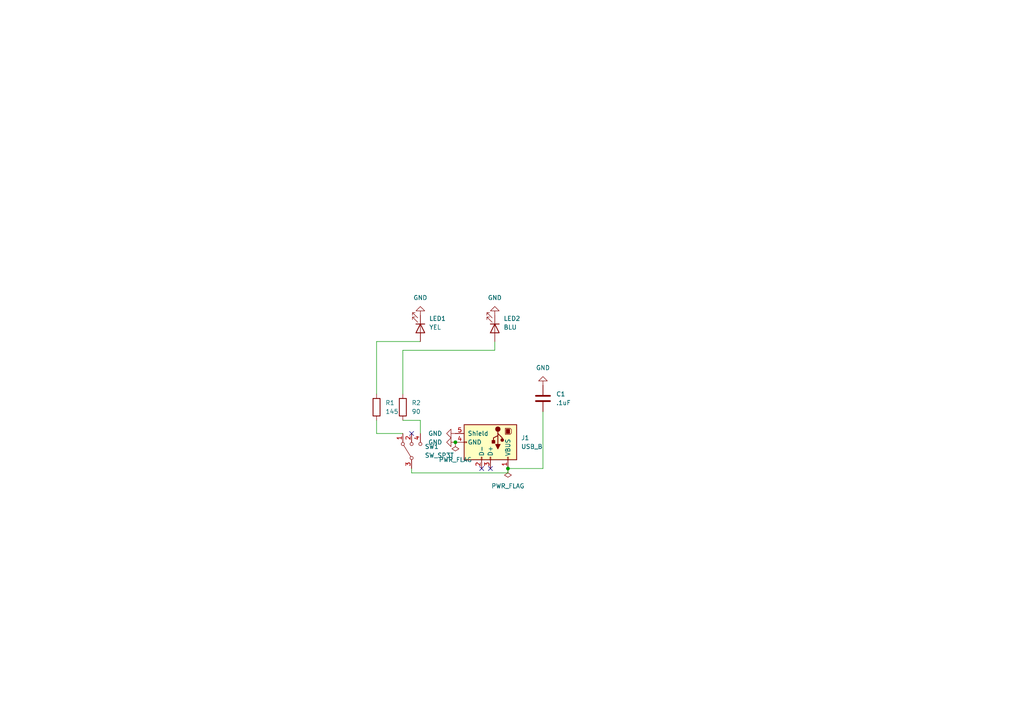
<source format=kicad_sch>
(kicad_sch (version 20211123) (generator eeschema)
  (paper "A4")
  (lib_symbols
    (symbol "Connector:USB_B" (pin_names (offset 1.016))
      (property "Reference" "J" (at -5.08 11.43 0))
      (property "Value" "USB_B" (at -5.08 8.89 0))
      (symbol "USB_B_0_1"
        (rectangle (start -5.08 -7.62) (end 5.08 7.62) (stroke (width 0.254)) (fill (type background)))
        (circle (center -3.81 2.159) (radius 0.635) (stroke (width 0.254)) (fill (type outline)))
        (rectangle (start -3.81 5.588) (end -2.54 4.572) (fill (type outline)))
        (circle (center -0.635 3.429) (radius 0.381) (stroke (width 0.254)) (fill (type outline)))
        (rectangle (start -0.127 -7.62) (end 0.127 -6.858))
        (polyline (pts (xy -1.905 2.159) (xy 0.635 2.159)) (stroke (width 0.254)))
        (polyline (pts (xy -3.175 2.159) (xy -2.54 2.159) (xy -1.27 3.429) (xy -0.635 3.429)) (stroke (width 0.254)))
        (polyline (pts (xy -2.54 2.159) (xy -1.905 2.159) (xy -1.27 0.889) (xy 0 0.889)) (stroke (width 0.254)))
        (polyline (pts (xy 0.635 2.794) (xy 0.635 1.524) (xy 1.905 2.159) (xy 0.635 2.794)) (stroke (width 0.254)) (fill (type outline)))
        (polyline (pts (xy -4.064 4.318) (xy -2.286 4.318) (xy -2.286 5.715) (xy -2.667 6.096) (xy -3.683 6.096) (xy -4.064 5.715) (xy -4.064 4.318)))
        (rectangle (start 0.254 1.27) (end -0.508 0.508) (stroke (width 0.254)) (fill (type outline)))
        (rectangle (start 5.08 -2.667) (end 4.318 -2.413))
        (rectangle (start 5.08 -0.127) (end 4.318 0.127))
        (rectangle (start 5.08 4.953) (end 4.318 5.207))
      )
      (symbol "USB_B_1_1"
        (pin power_out line (at 7.62 5.08 180) (length 2.54) (name "VBUS") (number "1"))
        (pin bidirectional line (at 7.62 -2.54 180) (length 2.54) (name "D-") (number "2"))
        (pin bidirectional line (at 7.62 0 180) (length 2.54) (name "D+") (number "3"))
        (pin power_out line (at 0 -10.16 90) (length 2.54) (name "GND") (number "4"))
        (pin passive line (at -2.54 -10.16 90) (length 2.54) (name "Shield") (number "5"))
      )
    )
    (symbol "Device:C" (pin_numbers hide) (pin_names (offset 0.254))
      (property "Reference" "C" (at 0.635 2.54 0))
      (property "Value" "C" (at 0.635 -2.54 0))
      (symbol "C_0_1"
        (polyline (pts (xy -2.032 -0.762) (xy 2.032 -0.762)) (stroke (width 0.508)))
        (polyline (pts (xy -2.032 0.762) (xy 2.032 0.762)) (stroke (width 0.508)))
      )
      (symbol "C_1_1"
        (pin passive line (at 0 3.81 270) (length 2.794) (name "~") (number "1"))
        (pin passive line (at 0 -3.81 90) (length 2.794) (name "~") (number "2"))
      )
    )
    (symbol "Device:LED" (pin_numbers hide) (pin_names (offset 1.016) hide)
      (property "Reference" "D" (at 0 2.54 0))
      (property "Value" "LED" (at 0 -2.54 0))
      (symbol "LED_0_1"
        (polyline (pts (xy -1.27 -1.27) (xy -1.27 1.27)) (stroke (width 0.254)))
        (polyline (pts (xy -1.27 0) (xy 1.27 0)))
        (polyline (pts (xy 1.27 -1.27) (xy 1.27 1.27) (xy -1.27 0) (xy 1.27 -1.27)) (stroke (width 0.254)))
        (polyline (pts (xy -3.048 -0.762) (xy -4.572 -2.286) (xy -3.81 -2.286) (xy -4.572 -2.286) (xy -4.572 -1.524)))
        (polyline (pts (xy -1.778 -0.762) (xy -3.302 -2.286) (xy -2.54 -2.286) (xy -3.302 -2.286) (xy -3.302 -1.524)))
      )
      (symbol "LED_1_1"
        (pin passive line (at -3.81 0 0) (length 2.54) (name "K") (number "1"))
        (pin passive line (at 3.81 0 180) (length 2.54) (name "A") (number "2"))
      )
    )
    (symbol "Device:R" (pin_numbers hide) (pin_names (offset 0))
      (property "Reference" "R" (at 2.032 0 90))
      (property "Value" "R" (at 0 0 90))
      (symbol "R_0_1"
        (rectangle (start -1.016 -2.54) (end 1.016 2.54) (stroke (width 0.254)))
      )
      (symbol "R_1_1"
        (pin passive line (at 0 3.81 270) (length 1.27) (name "~") (number "1"))
        (pin passive line (at 0 -3.81 90) (length 1.27) (name "~") (number "2"))
      )
    )
    (symbol "Switch:SW_SP3T" (pin_names (offset 0) hide)
      (property "Reference" "SW" (at 0 5.08 0))
      (property "Value" "SW_SP3T" (at 0 -5.08 0))
      (symbol "SW_SP3T_0_1"
        (circle (center -2.032 0) (radius 0.4572))
        (polyline (pts (xy -1.651 0.254) (xy 1.651 2.286)))
        (circle (center 2.032 -2.54) (radius 0.4572))
        (circle (center 2.032 0) (radius 0.4572))
        (circle (center 2.032 2.54) (radius 0.4572))
      )
      (symbol "SW_SP3T_1_1"
        (pin passive line (at 5.08 2.54 180) (length 2.54) (name "1") (number "1"))
        (pin passive line (at 5.08 0 180) (length 2.54) (name "2") (number "2"))
        (pin passive line (at -5.08 0 0) (length 2.54) (name "3") (number "3"))
        (pin passive line (at 5.08 -2.54 180) (length 2.54) (name "4") (number "4"))
      )
    )
    (symbol "power:GND" (power) (pin_names (offset 0))
      (property "Value" "GND" (at 0 -3.81 0))
      (symbol "GND_0_1"
        (polyline (pts (xy 0 0) (xy 0 -1.27) (xy 1.27 -1.27) (xy 0 -2.54) (xy -1.27 -1.27) (xy 0 -1.27)))
      )
      (symbol "GND_1_1"
        (pin power_in line (at 0 0 270) (length 0) hide (name "GND") (number "1"))
      )
    )
    (symbol "power:PWR_FLAG" (power) (pin_numbers hide) (pin_names (offset 0) hide)
      (property "Value" "PWR_FLAG" (at 0 3.81 0))
      (symbol "PWR_FLAG_0_0"
        (pin power_out line (at 0 0 90) (length 0) (name "pwr") (number "1"))
      )
      (symbol "PWR_FLAG_0_1"
        (polyline (pts (xy 0 0) (xy 0 1.27) (xy -1.016 1.905) (xy 0 2.54) (xy 1.016 1.905) (xy 0 1.27)))
      )
    )
  )
  (junction (at 132.08 128.27))
  (junction (at 147.32 135.89))
  (no_connect (at 142.24 135.89))
  (no_connect (at 119.38 125.73))
  (no_connect (at 139.7 135.89))
  (wire (pts (xy 119.38 137.16) (xy 147.32 137.16)))
  (wire (pts (xy 121.92 121.92) (xy 121.92 125.73)))
  (wire (pts (xy 157.48 135.89) (xy 157.48 119.38)))
  (wire (pts (xy 147.32 135.89) (xy 157.48 135.89)))
  (wire (pts (xy 109.22 99.06) (xy 121.92 99.06)))
  (wire (pts (xy 116.84 121.92) (xy 121.92 121.92)))
  (wire (pts (xy 109.22 114.3) (xy 109.22 99.06)))
  (wire (pts (xy 116.84 114.3) (xy 116.84 101.6)))
  (wire (pts (xy 116.84 101.6) (xy 143.51 101.6)))
  (wire (pts (xy 116.84 125.73) (xy 109.22 125.73)))
  (wire (pts (xy 143.51 101.6) (xy 143.51 99.06)))
  (wire (pts (xy 109.22 125.73) (xy 109.22 121.92)))
  (wire (pts (xy 147.32 137.16) (xy 147.32 135.89)))
  (wire (pts (xy 119.38 135.89) (xy 119.38 137.16)))
  (symbol (lib_id "Device:C") (at 157.48 115.57 0) (unit 1)
    (property "Reference" "C1" (at 161.29 114.2999 0) (effects (justify left)))
    (property "Value" ".1uF" (at 161.29 116.8399 0) (effects (justify left)))
    (property "Footprint" "Capacitor_SMD:C_0603_1608Metric" (effects hide))
  )
  (symbol (lib_id "Switch:SW_SP3T") (at 119.38 130.81 90) (unit 1)
    (property "Reference" "SW1" (at 123.19 129.5399 90) (effects (justify right)))
    (property "Value" "SW_SP3T" (at 123.19 132.0799 90) (effects (justify right)))
    (property "Footprint" "PiE Footprints:XKB Connectivity SS13D75L3" (effects hide))
  )
  (symbol (lib_id "power:GND") (at 132.08 125.73 270) (unit 1)
    (property "Reference" "#PWR0104" (effects hide))
    (property "Value" "GND" (at 128.27 125.7299 90) (effects (justify right)))
  )
  (symbol (lib_id "Device:R") (at 116.84 118.11 0) (unit 1)
    (property "Reference" "R2" (at 119.38 116.8399 0) (effects (justify left)))
    (property "Value" "90" (at 119.38 119.3799 0) (effects (justify left)))
    (property "Footprint" "Resistor_SMD:R_0603_1608Metric" (effects hide))
  )
  (symbol (lib_id "Device:R") (at 109.22 118.11 0) (unit 1)
    (property "Reference" "R1" (at 111.76 116.8399 0) (effects (justify left)))
    (property "Value" "145" (at 111.76 119.3799 0) (effects (justify left)))
    (property "Footprint" "Resistor_SMD:R_0603_1608Metric" (effects hide))
  )
  (symbol (lib_id "power:GND") (at 121.92 91.44 180) (unit 1)
    (property "Reference" "#PWR0103" (effects hide))
    (property "Value" "GND" (at 121.92 86.36 0))
  )
  (symbol (lib_id "power:GND") (at 132.08 128.27 270) (unit 1)
    (property "Reference" "#PWR0105" (effects hide))
    (property "Value" "GND" (at 128.27 128.2699 90) (effects (justify right)))
  )
  (symbol (lib_id "Connector:USB_B") (at 142.24 128.27 270) (unit 1)
    (property "Reference" "J1" (at 151.13 126.9999 90) (effects (justify left)))
    (property "Value" "USB_B" (at 151.13 129.5399 90) (effects (justify left)))
    (property "Footprint" "PiE_Footprints:OST_USB-B1HSB6" (effects hide))
    (property "Datasheet" " ~" (effects hide))
  )
  (symbol (lib_id "power:PWR_FLAG") (at 147.32 135.89 180) (unit 1)
    (property "Reference" "#FLG0101" (effects hide))
    (property "Value" "PWR_FLAG" (at 147.32 140.97 0))
  )
  (symbol (lib_id "power:GND") (at 157.48 111.76 180) (unit 1)
    (property "Reference" "#PWR0101" (effects hide))
    (property "Value" "GND" (at 157.48 106.68 0))
  )
  (symbol (lib_id "power:GND") (at 143.51 91.44 180) (unit 1)
    (property "Reference" "#PWR0102" (effects hide))
    (property "Value" "GND" (at 143.51 86.36 0))
  )
  (symbol (lib_id "Device:LED") (at 121.92 95.25 270) (unit 1)
    (property "Reference" "LED1" (at 124.46 92.3924 90) (effects (justify left)))
    (property "Value" "YEL" (at 124.46 94.9324 90) (effects (justify left)))
    (property "Footprint" "LED_THT:LED_D5.0mm" (effects hide))
  )
  (symbol (lib_id "Device:LED") (at 143.51 95.25 270) (unit 1)
    (property "Reference" "LED2" (at 146.05 92.3924 90) (effects (justify left)))
    (property "Value" "BLU" (at 146.05 94.9324 90) (effects (justify left)))
    (property "Footprint" "LED_THT:LED_D5.0mm" (effects hide))
  )
  (symbol (lib_id "power:PWR_FLAG") (at 132.08 128.27 180) (unit 1)
    (property "Reference" "#FLG0102" (effects hide))
    (property "Value" "PWR_FLAG" (at 132.08 133.35 0))
  )
)
</source>
